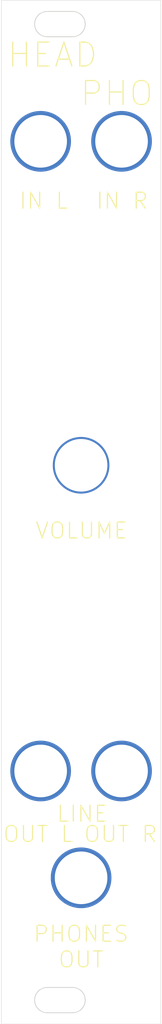
<source format=kicad_pcb>
(kicad_pcb (version 20240108) (generator "pcbnew") (generator_version "8.0")
  (layers (0 "F.Cu" signal) (31 "B.Cu" signal) (34 "B.Paste" user) (35 "F.Paste" user) (36 "B.SilkS" user "B.Silkscreen") (37 "F.SilkS" user "F.Silkscreen") (38 "B.Mask" user) (39 "F.Mask" user) (44 "Edge.Cuts" user))
  (net 0 "")
  (footprint "PCM_4ms_Faceplate:Faceplate_Rail_Mount_Slot" (layer "F.Cu") (at 58.3 53.8)
    (property "Reference" "REF**" (hide yes))
    (property "Value" "Rail_mount_slot" (hide yes))
    (fp_line (start -1.5875 -1.5875) (end 1.5875 -1.5875) (stroke (width 0.1)) (layer "Edge.Cuts"))
    (fp_line (start -1.5875 1.5875) (end 1.5875 1.5875) (stroke (width 0.1)) (layer "Edge.Cuts"))
    (fp_arc (start -1.5875 1.5875) (mid -3.175 0) (end -1.5875 -1.5875) (stroke (width 0.1)) (layer "Edge.Cuts"))
    (fp_arc (start 1.5875 -1.5875) (mid 3.175 0) (end 1.5875 1.5875) (stroke (width 0.1)) (layer "Edge.Cuts"))
  )
  (footprint "PCM_4ms_Faceplate:Faceplate_Hole_Jack_3.5mm" (layer "F.Cu") (at 55.88 147.562)
    (property "Reference" "REF**" (hide yes))
    (property "Value" "GND" (hide yes))
    (pad "1" thru_hole circle (at 0 0) (size 7.62 7.62) (drill 6.604) (layers "*.Cu" "*.Mask"))
  )
  (footprint "PCM_4ms_Faceplate:Faceplate_Hole_Jack_3.5mm" (layer "F.Cu") (at 66.04 68.5172)
    (property "Reference" "REF**" (hide yes))
    (property "Value" "GND" (hide yes))
    (pad "1" thru_hole circle (at 0 0) (size 7.62 7.62) (drill 6.604) (layers "*.Cu" "*.Mask"))
  )
  (footprint "PCM_4ms_Faceplate:Faceplate_Hole_Jack_3.5mm" (layer "F.Cu") (at 66.04 147.562)
    (property "Reference" "REF**" (hide yes))
    (property "Value" "GND" (hide yes))
    (pad "1" thru_hole circle (at 0 0) (size 7.62 7.62) (drill 6.604) (layers "*.Cu" "*.Mask"))
  )
  (footprint "PCM_4ms_Faceplate:Faceplate_Hole_Jack_3.5mm" (layer "F.Cu") (at 55.88 68.5172)
    (property "Reference" "REF**" (hide yes))
    (property "Value" "GND" (hide yes))
    (pad "1" thru_hole circle (at 0 0) (size 7.62 7.62) (drill 6.604) (layers "*.Cu" "*.Mask"))
  )
  (footprint "PCM_4ms_Faceplate:Faceplate_Hole_Jack_3.5mm" (layer "F.Cu") (at 60.96 160.9732)
    (property "Reference" "REF**" (hide yes))
    (property "Value" "GND" (hide yes))
    (pad "1" thru_hole circle (at 0 0) (size 7.62 7.62) (drill 6.604) (layers "*.Cu" "*.Mask"))
  )
  (footprint "PCM_4ms_Faceplate:Faceplate_Hole_Pot_9mm" (layer "F.Cu") (at 60.96 109.185)
    (property "Reference" "REF**" (hide yes))
    (property "Value" "Faceplate_Hole_Pot_9mm" (hide yes))
    (pad "1" thru_hole circle (at 0 0) (size 7.112 7.112) (drill 6.604) (layers "*.Cu" "*.Mask"))
  )
  (footprint "PCM_4ms_Faceplate:Faceplate_Rail_Mount_Slot" (layer "F.Cu") (at 58.3 176.324)
    (property "Reference" "REF**" (hide yes))
    (property "Value" "Rail_mount_slot" (hide yes))
    (fp_line (start -1.5875 -1.5875) (end 1.5875 -1.5875) (stroke (width 0.1)) (layer "Edge.Cuts"))
    (fp_line (start -1.5875 1.5875) (end 1.5875 1.5875) (stroke (width 0.1)) (layer "Edge.Cuts"))
    (fp_arc (start -1.5875 1.5875) (mid -3.175 0) (end -1.5875 -1.5875) (stroke (width 0.1)) (layer "Edge.Cuts"))
    (fp_arc (start 1.5875 -1.5875) (mid 3.175 0) (end 1.5875 1.5875) (stroke (width 0.1)) (layer "Edge.Cuts"))
  )
  (gr_rect (start 50.96 50.8) (end 70.96 179.324) (stroke (width 0.05)) (fill none) (layer "Edge.Cuts"))
  (gr_text "LINE" (at 57.785 154.1152 0) (layer "F.SilkS") (effects (font (size 2 2)) (justify left bottom)))
  (gr_text "VOLUME\n" (at 55.118 118.5552 0) (layer "F.SilkS") (effects (font (size 2 2)) (justify left bottom)))
  (gr_text "OUT R" (at 61.214 156.6552 0) (layer "F.SilkS") (effects (font (size 2 2)) (justify left bottom)))
  (gr_text "OUT L" (at 51.054 156.6552 0) (layer "F.SilkS") (effects (font (size 2 2)) (justify left bottom)))
  (gr_text "IN L" (at 53.086 77.1532 0) (layer "F.SilkS") (effects (font (size 2 2)) (justify left bottom)))
  (gr_text "PHONES\nOUT\n" (at 60.96 172.4032 0) (layer "F.SilkS") (effects (font (size 2 2)) (justify bottom)))
  (gr_text "IN R" (at 62.738 77.1532 0) (layer "F.SilkS") (effects (font (size 2 2)) (justify left bottom)))
  (gr_text "HEAD\n    PHO" (at 51.562 64.262 0) (layer "F.SilkS") (effects (font (size 3 3)) (justify left bottom)))
)
</source>
